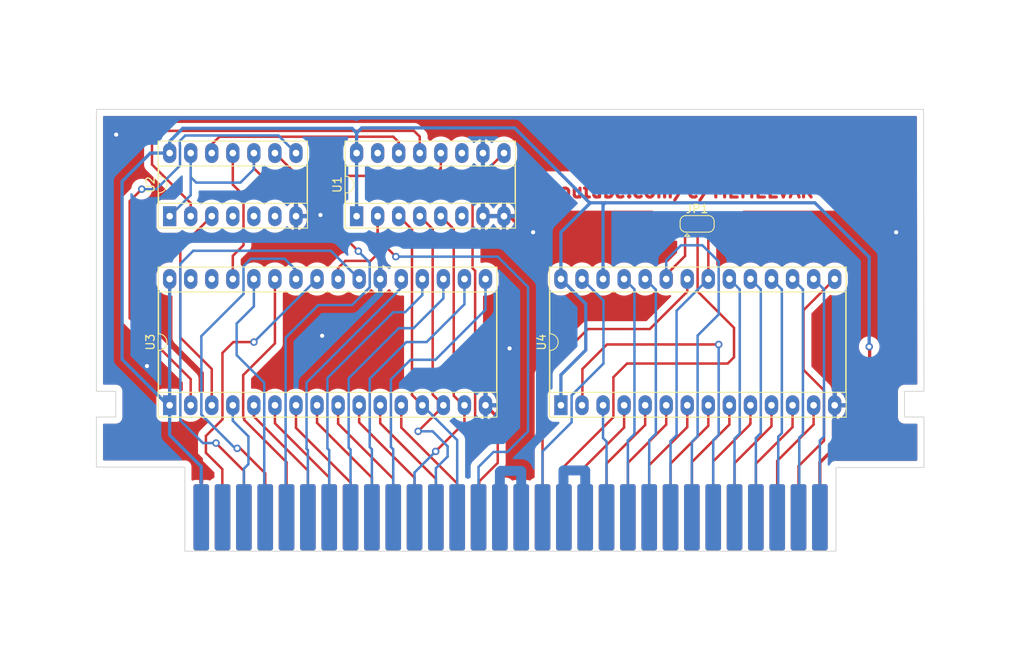
<source format=kicad_pcb>
(kicad_pcb (version 20211014) (generator pcbnew)
  (title_block (title "UNROM PCB") (date "2023-02-13") (rev "1.1") (company "MEMELVAR"))
  (layers (0 "F.Cu" signal) (31 "B.Cu" signal) (34 "B.Paste" user) (35 "F.Paste" user) (36 "B.SilkS" user "B.Silkscreen") (37 "F.SilkS" user "F.Silkscreen") (38 "B.Mask" user) (39 "F.Mask" user) (44 "Edge.Cuts" user))
  (net 0 "")
  (net 1 "+5V")
  (net 2 "Net-(U2-Pad8)")
  (net 3 "Net-(U2-Pad3)")
  (net 4 "/CPU_A12")
  (net 5 "/CPU_A7")
  (net 6 "/CPU_A6")
  (net 7 "/CPU_A5")
  (net 8 "/CPU_A4")
  (net 9 "/CPU_A3")
  (net 10 "/CPU_A2")
  (net 11 "/CPU_A1")
  (net 12 "/CPU_A0")
  (net 13 "/CPU_D0")
  (net 14 "/CPU_D1")
  (net 15 "/CPU_D2")
  (net 16 "GND")
  (net 17 "/CPU_D3")
  (net 18 "/CPU_D4")
  (net 19 "/CPU_D5")
  (net 20 "/CPU_D6")
  (net 21 "/CPU_D7")
  (net 22 "/CPU_A10")
  (net 23 "Net-(U1-Pad2)")
  (net 24 "/CPU_A11")
  (net 25 "/CPU_A9")
  (net 26 "/CPU_A8")
  (net 27 "/CPU_A13")
  (net 28 "Net-(U2-Pad11)")
  (net 31 "/PPU_A12")
  (net 32 "/PPU_A7")
  (net 33 "/PPU_A6")
  (net 34 "/PPU_A5")
  (net 35 "/PPU_A4")
  (net 36 "/PPU_A3")
  (net 37 "/PPU_A2")
  (net 38 "/PPU_A1")
  (net 39 "/PPU_A0")
  (net 40 "/PPU_D0")
  (net 41 "/PPU_D1")
  (net 42 "/PPU_D2")
  (net 43 "/PPU_D3")
  (net 44 "/PPU_D4")
  (net 45 "/PPU_D5")
  (net 46 "/PPU_D6")
  (net 47 "/PPU_D7")
  (net 48 "Net-(U4-Pad20)")
  (net 49 "/PPU_A10")
  (net 50 "Net-(U4-Pad22)")
  (net 51 "/PPU_A11")
  (net 52 "/PPU_A9")
  (net 53 "/PPU_A8")
  (net 54 "Net-(U4-Pad27)")
  (net 56 "Net-(U1-Pad9)")
  (net 58 "Net-(U1-Pad12)")
  (net 59 "Net-(U1-Pad13)")
  (net 60 "Net-(U1-Pad14)")
  (net 62 "Net-(U2-Pad1)")
  (net 66 "Net-(JP1-Pad2)")
  (net 69 "Net-(U5-Pad45)")
  (net 70 "Net-(U5-Pad48)")
  (footprint "Package_DIP:DIP-14_W7.62mm_Socket_LongPads" (layer "F.Cu") (at 106.9798 89.9568 90)
    (fp_text reference "U2")
    (fp_text value "74LS32")
  )
  (footprint "Famicom:Famicom_connector" (layer "F.Cu") (at 108.8578 130.2959)
    (fp_text reference "U5")
    (fp_text value "Famicom_Cart_Port")
  )
  (footprint "Package_DIP:DIP-32_W15.24mm_Socket_LongPads" (layer "F.Cu") (at 106.9798 112.781 90)
    (fp_text reference "U3")
    (fp_text value "W27E010-70")
  )
  (footprint "Package_DIP:DIP-28_W15.24mm_Socket_LongPads" (layer "F.Cu") (at 154.178 112.781 90)
    (fp_text reference "U4")
    (fp_text value "CXK5864BP-10L")
  )
  (footprint "Package_DIP:DIP-16_W7.62mm_Socket_LongPads" (layer "F.Cu") (at 129.53 89.9568 90)
    (fp_text reference "U1")
    (fp_text value "74LS161")
  )
  (footprint "Jumper:SolderJumper-3_P1.3mm_Open_RoundedPad1.0x1.5mm" (layer "F.Cu") (at 170.6072 90.8812)
    (fp_text reference "JP1")
    (fp_text value "SolderJumper_3_Open")
  )
  (gr_poly (pts (xy 197.9676 111.0996) (xy 195.6308 111.0996) (xy 195.6308 114.1984) (xy 197.9676 114.1984) (xy 197.9676 120.2944) (xy 187.3504 120.2944) (xy 187.3504 130.4036) (xy 108.8136 130.4036) (xy 108.8136 120.2436) (xy 98.1456 120.2436) (xy 98.1456 114.1984) (xy 100.4824 114.1984) (xy 100.4824 111.0996) (xy 98.1456 111.0996) (xy 98.1456 77.0636) (xy 197.9168 77.0636)) (layer "Edge.Cuts") (width 0.1) (fill none))
  (gr_text "V" (at 166.9288 90.678) (layer "F.Cu") (effects (font (size 1.5 1.5) (thickness 0.3))))
  (gr_text "UNROM V1.1" (at 173.730976 82.9564) (layer "F.Cu") (effects (font (size 1.6 1.6) (thickness 0.375))))
  (gr_text "youtube.com/c/MEMELVAR ©2023" (at 173.730976 86.9188) (layer "F.Cu") (effects (font (size 1.6 1.6) (thickness 0.375))))
  (gr_text "H" (at 174.3456 90.678) (layer "F.Cu") (effects (font (size 1.5 1.5) (thickness 0.3))))
  (segment (start 185.4134 119.6914) (end 185.4134 126.3051) (width 0.4) (layer "F.Cu") (net 1))
  (segment (start 191.4144 105.7656) (end 191.4144 113.6904) (width 0.4) (layer "F.Cu") (net 1))
  (segment (start 191.4144 113.6904) (end 185.4134 119.6914) (width 0.4) (layer "F.Cu") (net 1))
  (segment (start 191.3636 105.7148) (end 191.4144 105.7656) (width 0.4) (layer "F.Cu") (net 1))
  (via (at 191.3636 105.7148) (size 0.9) (drill 0.5) (layers "F.Cu" "B.Cu") (net 1))
  (segment (start 159.258 88.5952) (end 159.258 97.541) (width 0.4) (layer "B.Cu") (net 1))
  (segment (start 129.54 79.9084) (end 129.53 79.9184) (width 0.4) (layer "B.Cu") (net 1))
  (segment (start 157.6324 88.3412) (end 148.59 79.2988) (width 0.4) (layer "B.Cu") (net 1))
  (segment (start 106.9798 116.3778) (end 110.7882 120.1862) (width 0.4) (layer "B.Cu") (net 1))
  (segment (start 108.5596 79.3496) (end 106.9798 80.9294) (width 0.4) (layer "B.Cu") (net 1))
  (segment (start 129.53 79.9184) (end 129.53 82.3368) (width 0.4) (layer "B.Cu") (net 1))
  (segment (start 106.7866 112.781) (end 101.2444 107.2388) (width 0.4) (layer "B.Cu") (net 1))
  (segment (start 110.7882 120.1862) (end 110.7882 126.3051) (width 0.4) (layer "B.Cu") (net 1))
  (segment (start 157.1752 100.5382) (end 157.1752 106.1212) (width 0.4) (layer "B.Cu") (net 1))
  (segment (start 129.54 79.9084) (end 128.9812 79.3496) (width 0.4) (layer "B.Cu") (net 1))
  (segment (start 184.8104 88.3412) (end 159.512 88.3412) (width 0.4) (layer "B.Cu") (net 1))
  (segment (start 154.178 91.8972) (end 154.178 97.541) (width 0.4) (layer "B.Cu") (net 1))
  (segment (start 154.178 109.1184) (end 154.178 112.781) (width 0.4) (layer "B.Cu") (net 1))
  (segment (start 106.9798 112.781) (end 106.9798 116.3778) (width 0.4) (layer "B.Cu") (net 1))
  (segment (start 130.1496 79.2988) (end 129.54 79.9084) (width 0.4) (layer "B.Cu") (net 1))
  (segment (start 106.9798 80.9294) (end 106.9798 82.3368) (width 0.4) (layer "B.Cu") (net 1))
  (segment (start 129.53 82.3368) (end 129.53 89.9568) (width 0.4) (layer "B.Cu") (net 1))
  (segment (start 157.1752 106.1212) (end 154.178 109.1184) (width 0.4) (layer "B.Cu") (net 1))
  (segment (start 154.178 97.541) (end 157.1752 100.5382) (width 0.4) (layer "B.Cu") (net 1))
  (segment (start 148.59 79.2988) (end 130.1496 79.2988) (width 0.4) (layer "B.Cu") (net 1))
  (segment (start 157.734 88.3412) (end 157.6324 88.3412) (width 0.4) (layer "B.Cu") (net 1))
  (segment (start 157.734 88.3412) (end 154.178 91.8972) (width 0.4) (layer "B.Cu") (net 1))
  (segment (start 106.9798 112.781) (end 106.7866 112.781) (width 0.4) (layer "B.Cu") (net 1))
  (segment (start 191.3636 94.8944) (end 184.8104 88.3412) (width 0.4) (layer "B.Cu") (net 1))
  (segment (start 191.3636 105.7148) (end 191.3636 94.8944) (width 0.4) (layer "B.Cu") (net 1))
  (segment (start 128.9812 79.3496) (end 108.5596 79.3496) (width 0.4) (layer "B.Cu") (net 1))
  (segment (start 101.2444 85.7504) (end 104.658 82.3368) (width 0.4) (layer "B.Cu") (net 1))
  (segment (start 106.9798 97.541) (end 106.9798 112.781) (width 0.4) (layer "B.Cu") (net 1))
  (segment (start 104.658 82.3368) (end 106.9798 82.3368) (width 0.4) (layer "B.Cu") (net 1))
  (segment (start 159.512 88.3412) (end 157.734 88.3412) (width 0.4) (layer "B.Cu") (net 1))
  (segment (start 159.512 88.3412) (end 159.258 88.5952) (width 0.4) (layer "B.Cu") (net 1))
  (segment (start 101.2444 107.2388) (end 101.2444 85.7504) (width 0.4) (layer "B.Cu") (net 1))
  (segment (start 102.1588 102.2604) (end 109.5198 109.6214) (width 0.3) (layer "F.Cu") (net 2))
  (segment (start 109.5198 109.6214) (end 109.5198 112.781) (width 0.3) (layer "F.Cu") (net 2))
  (segment (start 103.612401 86.696001) (end 102.1588 88.149602) (width 0.3) (layer "F.Cu") (net 2))
  (segment (start 102.1588 88.149602) (end 102.1588 102.2604) (width 0.3) (layer "F.Cu") (net 2))
  (via (at 103.612401 86.696001) (size 0.9) (drill 0.5) (layers "F.Cu" "B.Cu") (net 2))
  (segment (start 108.8644 80.2132) (end 120.0962 80.2132) (width 0.3) (layer "B.Cu") (net 2))
  (segment (start 108.2298 83.845) (end 108.2298 81.419033) (width 0.3) (layer "B.Cu") (net 2))
  (segment (start 108.204 81.393233) (end 108.204 80.8736) (width 0.3) (layer "B.Cu") (net 2))
  (segment (start 105.378799 86.696001) (end 108.2298 83.845) (width 0.3) (layer "B.Cu") (net 2))
  (segment (start 108.2298 81.419033) (end 108.204 81.393233) (width 0.3) (layer "B.Cu") (net 2))
  (segment (start 103.612401 86.696001) (end 105.378799 86.696001) (width 0.3) (layer "B.Cu") (net 2))
  (segment (start 108.204 80.8736) (end 108.8644 80.2132) (width 0.3) (layer "B.Cu") (net 2))
  (segment (start 120.0962 80.2132) (end 122.2198 82.3368) (width 0.3) (layer "B.Cu") (net 2))
  (segment (start 108.2698 93.7468) (end 108.2698 104.6122) (width 0.3) (layer "F.Cu") (net 3))
  (segment (start 112.0598 108.4022) (end 112.0598 112.781) (width 0.3) (layer "F.Cu") (net 3))
  (segment (start 108.2698 104.6122) (end 112.0598 108.4022) (width 0.3) (layer "F.Cu") (net 3))
  (segment (start 112.0598 89.9568) (end 108.2698 93.7468) (width 0.3) (layer "F.Cu") (net 3))
  (segment (start 114.5998 114.6506) (end 114.5998 112.781) (width 0.3) (layer "B.Cu") (net 4))
  (segment (start 116.4844 116.5352) (end 114.5998 114.6506) (width 0.3) (layer "B.Cu") (net 4))
  (segment (start 116.4844 119.888) (end 116.4844 116.5352) (width 0.3) (layer "B.Cu") (net 4))
  (segment (start 115.934764 126.3051) (end 115.934764 120.437636) (width 0.3) (layer "B.Cu") (net 4))
  (segment (start 115.934764 120.437636) (end 116.4844 119.888) (width 0.3) (layer "B.Cu") (net 4))
  (segment (start 123.65461 120.65741) (end 117.1398 114.1426) (width 0.3) (layer "F.Cu") (net 5))
  (segment (start 117.1398 114.1426) (end 117.1398 112.781) (width 0.3) (layer "F.Cu") (net 5))
  (segment (start 123.65461 126.3051) (end 123.65461 120.65741) (width 0.3) (layer "F.Cu") (net 5))
  (segment (start 119.6798 114.9554) (end 119.6798 112.781) (width 0.3) (layer "F.Cu") (net 6))
  (segment (start 126.227892 126.3051) (end 126.227892 121.503492) (width 0.3) (layer "F.Cu") (net 6))
  (segment (start 126.227892 121.503492) (end 119.6798 114.9554) (width 0.3) (layer "F.Cu") (net 6))
  (segment (start 128.801174 126.3051) (end 128.801174 122.095574) (width 0.3) (layer "F.Cu") (net 7))
  (segment (start 128.801174 122.095574) (end 122.2198 115.5142) (width 0.3) (layer "F.Cu") (net 7))
  (segment (start 122.2198 115.5142) (end 122.2198 112.781) (width 0.3) (layer "F.Cu") (net 7))
  (segment (start 131.374456 121.519256) (end 124.7598 114.9046) (width 0.3) (layer "F.Cu") (net 8))
  (segment (start 124.7598 114.9046) (end 124.7598 112.781) (width 0.3) (layer "F.Cu") (net 8))
  (segment (start 131.374456 126.3051) (end 131.374456 121.519256) (width 0.3) (layer "F.Cu") (net 8))
  (segment (start 133.947738 126.3051) (end 133.947738 121.654138) (width 0.3) (layer "F.Cu") (net 9))
  (segment (start 133.947738 121.654138) (end 127.2998 115.0062) (width 0.3) (layer "F.Cu") (net 9))
  (segment (start 127.2998 115.0062) (end 127.2998 112.781) (width 0.3) (layer "F.Cu") (net 9))
  (segment (start 136.52102 126.3051) (end 136.52102 121.53502) (width 0.3) (layer "F.Cu") (net 10))
  (segment (start 136.52102 121.53502) (end 129.8398 114.8538) (width 0.3) (layer "F.Cu") (net 10))
  (segment (start 129.8398 114.8538) (end 129.8398 112.781) (width 0.3) (layer "F.Cu") (net 10))
  (segment (start 139.094302 121.669902) (end 132.3798 114.9554) (width 0.3) (layer "F.Cu") (net 11))
  (segment (start 132.3798 114.9554) (end 132.3798 112.781) (width 0.3) (layer "F.Cu") (net 11))
  (segment (start 139.094302 126.3051) (end 139.094302 121.669902) (width 0.3) (layer "F.Cu") (net 11))
  (segment (start 141.667584 126.3051) (end 141.667584 122.221184) (width 0.3) (layer "F.Cu") (net 12))
  (segment (start 141.667584 122.221184) (end 134.9198 115.4734) (width 0.3) (layer "F.Cu") (net 12))
  (segment (start 134.9198 115.4734) (end 134.9198 112.781) (width 0.3) (layer "F.Cu") (net 12))
  (segment (start 137.4598 112.781) (end 136.2098 111.531) (width 0.3) (layer "F.Cu") (net 13))
  (segment (start 136.2098 91.5566) (end 134.61 89.9568) (width 0.3) (layer "F.Cu") (net 13))
  (segment (start 136.2098 111.531) (end 136.2098 91.5566) (width 0.3) (layer "F.Cu") (net 13))
  (segment (start 141.667584 126.3051) (end 141.667584 116.988784) (width 0.3) (layer "B.Cu") (net 13))
  (segment (start 141.667584 116.988784) (end 137.4598 112.781) (width 0.3) (layer "B.Cu") (net 13))
  (segment (start 139.9998 112.8826) (end 139.9998 112.781) (width 0.3) (layer "F.Cu") (net 14))
  (segment (start 138.7098 111.491) (end 138.7098 91.5166) (width 0.3) (layer "F.Cu") (net 14))
  (segment (start 139.9998 112.781) (end 138.7098 111.491) (width 0.3) (layer "F.Cu") (net 14))
  (segment (start 136.9568 115.9256) (end 139.9998 112.8826) (width 0.3) (layer "F.Cu") (net 14))
  (segment (start 138.7098 91.5166) (end 137.15 89.9568) (width 0.3) (layer "F.Cu") (net 14))
  (via (at 136.9568 115.9256) (size 0.9) (drill 0.5) (layers "F.Cu" "B.Cu") (net 14))
  (segment (start 136.9568 115.9256) (end 138.701693 115.9256) (width 0.3) (layer "B.Cu") (net 14))
  (segment (start 140.5128 118.9736) (end 139.094302 120.392098) (width 0.3) (layer "B.Cu") (net 14))
  (segment (start 138.701693 115.9256) (end 140.5128 117.736707) (width 0.3) (layer "B.Cu") (net 14))
  (segment (start 140.5128 117.736707) (end 140.5128 118.9736) (width 0.3) (layer "B.Cu") (net 14))
  (segment (start 139.094302 120.392098) (end 139.094302 126.3051) (width 0.3) (layer "B.Cu") (net 14))
  (segment (start 141.2498 111.6326) (end 141.2498 91.5166) (width 0.3) (layer "F.Cu") (net 15))
  (segment (start 142.3982 112.781) (end 141.2498 111.6326) (width 0.3) (layer "F.Cu") (net 15))
  (segment (start 141.2498 91.5166) (end 139.69 89.9568) (width 0.3) (layer "F.Cu") (net 15))
  (segment (start 139.068493 118.350007) (end 142.5398 114.8787) (width 0.3) (layer "F.Cu") (net 15))
  (segment (start 142.5398 114.8787) (end 142.5398 112.781) (width 0.3) (layer "F.Cu") (net 15))
  (via (at 139.068493 118.350007) (size 0.9) (drill 0.5) (layers "F.Cu" "B.Cu") (net 15))
  (segment (start 139.068493 118.350007) (end 136.52102 120.89748) (width 0.3) (layer "B.Cu") (net 15))
  (segment (start 136.52102 120.89748) (end 136.52102 126.3051) (width 0.3) (layer "B.Cu") (net 15))
  (segment (start 102.7684 117.1956) (end 108.712 117.1956) (width 0.4) (layer "F.Cu") (net 16))
  (segment (start 149.38743 126.3051) (end 149.38743 117.08863) (width 0.4) (layer "F.Cu") (net 16))
  (segment (start 104.2416 108.0516) (end 102.7176 109.5756) (width 0.4) (layer "F.Cu") (net 16))
  (segment (start 102.7176 109.5756) (end 102.7176 117.1448) (width 0.4) (layer "F.Cu") (net 16))
  (segment (start 147.9704 89.9568) (end 147.31 89.9568) (width 0.4) (layer "F.Cu") (net 16))
  (segment (start 149.38743 117.08863) (end 149.38743 91.37383) (width 0.4) (layer "F.Cu") (net 16))
  (segment (start 149.38743 91.37383) (end 147.9704 89.9568) (width 0.4) (layer "F.Cu") (net 16))
  (segment (start 149.38743 117.08863) (end 145.0798 112.781) (width 0.4) (layer "F.Cu") (net 16))
  (segment (start 102.7176 117.1448) (end 102.7684 117.1956) (width 0.4) (layer "F.Cu") (net 16))
  (segment (start 108.712 117.1956) (end 110.7882 119.2718) (width 0.4) (layer "F.Cu") (net 16))
  (segment (start 110.7882 119.2718) (end 110.7882 126.3051) (width 0.4) (layer "F.Cu") (net 16))
  (via (at 194.6148 91.8972) (size 0.9) (drill 0.5) (layers "F.Cu" "B.Cu") (net 16))
  (via (at 100.5332 80.1116) (size 0.9) (drill 0.5) (layers "F.Cu" "B.Cu") (net 16))
  (via (at 125.1712 89.8144) (size 0.9) (drill 0.5) (layers "F.Cu" "B.Cu") (net 16))
  (via (at 147.9804 105.918) (size 0.9) (drill 0.5) (layers "F.Cu" "B.Cu") (net 16))
  (via (at 104.2416 108.0516) (size 0.9) (drill 0.5) (layers "F.Cu" "B.Cu") (net 16))
  (via (at 150.8252 91.8972) (size 0.9) (drill 0.5) (layers "F.Cu" "B.Cu") (net 16))
  (via (at 125.3744 104.394) (size 0.9) (drill 0.5) (layers "F.Cu" "B.Cu") (net 16))
  (segment (start 102.7176 106.5276) (end 102.7176 94.5388) (width 0.4) (layer "B.Cu") (net 16))
  (segment (start 144.77 92.6492) (end 144.77 89.9568) (width 0.4) (layer "B.Cu") (net 16))
  (segment (start 132.334 92.5576) (end 132.3798 92.6034) (width 0.4) (layer "B.Cu") (net 16))
  (segment (start 122.2248 89.9618) (end 122.2198 89.9568) (width 0.4) (layer "B.Cu") (net 16))
  (segment (start 132.3798 92.6034) (end 132.3798 97.541) (width 0.4) (layer "B.Cu") (net 16))
  (segment (start 122.2248 92.5576) (end 132.334 92.5576) (width 0.4) (layer "B.Cu") (net 16))
  (segment (start 122.2198 89.9568) (end 122.2198 92.5526) (width 0.4) (layer "B.Cu") (net 16))
  (segment (start 104.2416 108.0516) (end 102.7176 106.5276) (width 0.4) (layer "B.Cu") (net 16))
  (segment (start 132.334 92.5576) (end 144.78 92.5576) (width 0.4) (layer "B.Cu") (net 16))
  (segment (start 144.77 89.9568) (end 147.31 89.9568) (width 0.4) (layer "B.Cu") (net 16))
  (segment (start 132.3848 93.4212) (end 132.3798 93.4162) (width 0.4) (layer "B.Cu") (net 16))
  (segment (start 144.77 89.9568) (end 144.77 82.3368) (width 0.4) (layer "B.Cu") (net 16))
  (segment (start 102.7176 94.5388) (end 104.6988 92.5576) (width 0.4) (layer "B.Cu") (net 16))
  (segment (start 104.6988 92.5576) (end 122.2248 92.5576) (width 0.4) (layer "B.Cu") (net 16))
  (segment (start 122.2198 92.5526) (end 122.2248 92.5576) (width 0.4) (layer "B.Cu") (net 16))
  (segment (start 133.6698 109.6622) (end 136.0424 107.2896) (width 0.3) (layer "B.Cu") (net 17))
  (segment (start 133.6698 117.822891) (end 133.6698 109.6622) (width 0.3) (layer "B.Cu") (net 17))
  (segment (start 145.0798 101.2494) (end 145.0798 97.541) (width 0.3) (layer "B.Cu") (net 17))
  (segment (start 133.947738 118.100829) (end 133.6698 117.822891) (width 0.3) (layer "B.Cu") (net 17))
  (segment (start 133.947738 126.3051) (end 133.947738 118.100829) (width 0.3) (layer "B.Cu") (net 17))
  (segment (start 136.0424 107.2896) (end 139.0396 107.2896) (width 0.3) (layer "B.Cu") (net 17))
  (segment (start 139.0396 107.2896) (end 145.0798 101.2494) (width 0.3) (layer "B.Cu") (net 17))
  (segment (start 137.9728 105.156) (end 142.5398 100.589) (width 0.3) (layer "B.Cu") (net 18))
  (segment (start 135.5344 105.156) (end 137.9728 105.156) (width 0.3) (layer "B.Cu") (net 18))
  (segment (start 131.1148 117.834455) (end 131.1148 109.5756) (width 0.3) (layer "B.Cu") (net 18))
  (segment (start 142.5398 100.589) (end 142.5398 97.541) (width 0.3) (layer "B.Cu") (net 18))
  (segment (start 131.374456 118.094111) (end 131.1148 117.834455) (width 0.3) (layer "B.Cu") (net 18))
  (segment (start 131.374456 126.3051) (end 131.374456 118.094111) (width 0.3) (layer "B.Cu") (net 18))
  (segment (start 131.1148 109.5756) (end 135.5344 105.156) (width 0.3) (layer "B.Cu") (net 18))
  (segment (start 128.801174 126.3051) (end 128.801174 118.127393) (width 0.3) (layer "B.Cu") (net 19))
  (segment (start 128.801174 118.127393) (end 128.5748 117.901019) (width 0.3) (layer "B.Cu") (net 19))
  (segment (start 134.62 103.4796) (end 136.398 103.4796) (width 0.3) (layer "B.Cu") (net 19))
  (segment (start 128.5748 117.901019) (end 128.5748 109.5248) (width 0.3) (layer "B.Cu") (net 19))
  (segment (start 139.9998 99.8778) (end 139.9998 97.541) (width 0.3) (layer "B.Cu") (net 19))
  (segment (start 136.398 103.4796) (end 139.9998 99.8778) (width 0.3) (layer "B.Cu") (net 19))
  (segment (start 128.5748 109.5248) (end 134.62 103.4796) (width 0.3) (layer "B.Cu") (net 19))
  (segment (start 126.227892 118.200675) (end 126.0098 117.982583) (width 0.3) (layer "B.Cu") (net 20))
  (segment (start 126.0098 109.499) (end 133.9596 101.5492) (width 0.3) (layer "B.Cu") (net 20))
  (segment (start 133.9596 101.5492) (end 135.382 101.5492) (width 0.3) (layer "B.Cu") (net 20))
  (segment (start 126.227892 126.3051) (end 126.227892 118.200675) (width 0.3) (layer "B.Cu") (net 20))
  (segment (start 126.0098 117.982583) (end 126.0098 109.499) (width 0.3) (layer "B.Cu") (net 20))
  (segment (start 135.382 101.5492) (end 137.4598 99.4714) (width 0.3) (layer "B.Cu") (net 20))
  (segment (start 137.4598 99.4714) (end 137.4598 97.541) (width 0.3) (layer "B.Cu") (net 20))
  (segment (start 123.65461 118.193957) (end 123.4948 118.034147) (width 0.3) (layer "B.Cu") (net 21))
  (segment (start 123.4948 110.0328) (end 134.9198 98.6078) (width 0.3) (layer "B.Cu") (net 21))
  (segment (start 123.65461 126.3051) (end 123.65461 118.193957) (width 0.3) (layer "B.Cu") (net 21))
  (segment (start 134.9198 98.6078) (end 134.9198 97.541) (width 0.3) (layer "B.Cu") (net 21))
  (segment (start 123.4948 118.034147) (end 123.4948 110.0328) (width 0.3) (layer "B.Cu") (net 21))
  (segment (start 112.5728 117.348) (end 115.934764 120.709964) (width 0.3) (layer "F.Cu") (net 22))
  (segment (start 115.934764 120.709964) (end 115.934764 126.3051) (width 0.3) (layer "F.Cu") (net 22))
  (via (at 112.5728 117.348) (size 0.9) (drill 0.5) (layers "F.Cu" "B.Cu") (net 22))
  (segment (start 108.2698 95.6922) (end 109.8296 94.1324) (width 0.3) (layer "B.Cu") (net 22))
  (segment (start 108.2698 114.6198) (end 108.2698 95.6922) (width 0.3) (layer "B.Cu") (net 22))
  (segment (start 110.998 117.348) (end 108.2698 114.6198) (width 0.3) (layer "B.Cu") (net 22))
  (segment (start 112.5728 117.348) (end 110.998 117.348) (width 0.3) (layer "B.Cu") (net 22))
  (segment (start 109.8296 94.1324) (end 126.4312 94.1324) (width 0.3) (layer "B.Cu") (net 22))
  (segment (start 126.4312 94.1324) (end 129.8398 97.541) (width 0.3) (layer "B.Cu") (net 22))
  (segment (start 127.2998 96.2202) (end 128.1684 95.3516) (width 0.3) (layer "F.Cu") (net 23))
  (segment (start 132.07 94.498) (end 132.07 89.9568) (width 0.3) (layer "F.Cu") (net 23))
  (segment (start 131.2164 95.3516) (end 132.07 94.498) (width 0.3) (layer "F.Cu") (net 23))
  (segment (start 127.2998 97.541) (end 127.2998 96.2202) (width 0.3) (layer "F.Cu") (net 23))
  (segment (start 128.1684 95.3516) (end 131.2164 95.3516) (width 0.3) (layer "F.Cu") (net 23))
  (segment (start 134.2644 94.8436) (end 132.07 92.6492) (width 0.3) (layer "F.Cu") (net 23))
  (segment (start 132.07 92.6492) (end 132.07 89.9568) (width 0.3) (layer "F.Cu") (net 23))
  (via (at 134.2644 94.8436) (size 0.9) (drill 0.5) (layers "F.Cu" "B.Cu") (net 23))
  (segment (start 150.2156 98.5012) (end 146.558 94.8436) (width 0.3) (layer "B.Cu") (net 23))
  (segment (start 144.240866 126.3051) (end 144.240866 120.223934) (width 0.3) (layer "B.Cu") (net 23))
  (segment (start 150.2156 115.9256) (end 150.2156 98.5012) (width 0.3) (layer "B.Cu") (net 23))
  (segment (start 146.558 94.8436) (end 134.2644 94.8436) (width 0.3) (layer "B.Cu") (net 23))
  (segment (start 144.240866 120.223934) (end 146.05 118.4148) (width 0.3) (layer "B.Cu") (net 23))
  (segment (start 146.05 118.4148) (end 147.7264 118.4148) (width 0.3) (layer "B.Cu") (net 23))
  (segment (start 147.7264 118.4148) (end 150.2156 115.9256) (width 0.3) (layer "B.Cu") (net 23))
  (segment (start 111.3536 116.4844) (end 111.3536 118.5164) (width 0.3) (layer "F.Cu") (net 24))
  (segment (start 113.3348 120.4976) (end 113.3348 126.278418) (width 0.3) (layer "F.Cu") (net 24))
  (segment (start 113.3348 126.278418) (end 113.361482 126.3051) (width 0.3) (layer "F.Cu") (net 24))
  (segment (start 113.3498 114.4882) (end 111.3536 116.4844) (width 0.3) (layer "F.Cu") (net 24))
  (segment (start 113.3498 106.4618) (end 113.3498 114.4882) (width 0.3) (layer "F.Cu") (net 24))
  (segment (start 114.6556 105.156) (end 113.3498 106.4618) (width 0.3) (layer "F.Cu") (net 24))
  (segment (start 111.3536 118.5164) (end 113.3348 120.4976) (width 0.3) (layer "F.Cu") (net 24))
  (segment (start 117.1448 105.156) (end 114.6556 105.156) (width 0.3) (layer "F.Cu") (net 24))
  (via (at 117.1448 105.156) (size 0.9) (drill 0.5) (layers "F.Cu" "B.Cu") (net 24))
  (segment (start 117.1448 105.156) (end 124.7598 97.541) (width 0.3) (layer "B.Cu") (net 24))
  (segment (start 118.508046 120.997246) (end 118.508046 126.3051) (width 0.3) (layer "F.Cu") (net 25))
  (segment (start 115.1277 117.983) (end 115.4938 117.983) (width 0.3) (layer "F.Cu") (net 25))
  (segment (start 115.4938 117.983) (end 118.508046 120.997246) (width 0.3) (layer "F.Cu") (net 25))
  (via (at 115.1277 117.983) (size 0.9) (drill 0.5) (layers "F.Cu" "B.Cu") (net 25))
  (segment (start 122.2198 96.4642) (end 122.2198 97.541) (width 0.3) (layer "B.Cu") (net 25))
  (segment (start 114.8842 117.983) (end 110.8044 113.9032) (width 0.3) (layer "B.Cu") (net 25))
  (segment (start 115.8898 95.997) (end 116.7892 95.0976) (width 0.3) (layer "B.Cu") (net 25))
  (segment (start 115.8898 99.3498) (end 115.8898 95.997) (width 0.3) (layer "B.Cu") (net 25))
  (segment (start 120.8532 95.0976) (end 122.2198 96.4642) (width 0.3) (layer "B.Cu") (net 25))
  (segment (start 110.8044 113.9032) (end 110.8044 104.4352) (width 0.3) (layer "B.Cu") (net 25))
  (segment (start 115.1277 117.983) (end 114.8842 117.983) (width 0.3) (layer "B.Cu") (net 25))
  (segment (start 116.7892 95.0976) (end 120.8532 95.0976) (width 0.3) (layer "B.Cu") (net 25))
  (segment (start 110.8044 104.4352) (end 115.8898 99.3498) (width 0.3) (layer "B.Cu") (net 25))
  (segment (start 115.9764 114.554) (end 115.9764 114.3508) (width 0.3) (layer "F.Cu") (net 26))
  (segment (start 115.8498 109.1434) (end 119.6798 105.3134) (width 0.3) (layer "F.Cu") (net 26))
  (segment (start 115.9764 114.3508) (end 115.8498 114.2242) (width 0.3) (layer "F.Cu") (net 26))
  (segment (start 115.8498 114.2242) (end 115.8498 109.1434) (width 0.3) (layer "F.Cu") (net 26))
  (segment (start 121.081328 119.658928) (end 115.9764 114.554) (width 0.3) (layer "F.Cu") (net 26))
  (segment (start 121.081328 126.3051) (end 121.081328 119.658928) (width 0.3) (layer "F.Cu") (net 26))
  (segment (start 119.6798 105.3134) (end 119.6798 97.541) (width 0.3) (layer "F.Cu") (net 26))
  (segment (start 115.062 106.7308) (end 115.062 102.9208) (width 0.3) (layer "B.Cu") (net 27))
  (segment (start 118.3898 126.186854) (end 118.3898 110.0586) (width 0.3) (layer "B.Cu") (net 27))
  (segment (start 118.508046 126.3051) (end 118.3898 126.186854) (width 0.3) (layer "B.Cu") (net 27))
  (segment (start 117.1398 100.843) (end 117.1398 97.541) (width 0.3) (layer "B.Cu") (net 27))
  (segment (start 115.062 102.9208) (end 117.1398 100.843) (width 0.3) (layer "B.Cu") (net 27))
  (segment (start 118.3898 110.0586) (end 115.062 106.7308) (width 0.3) (layer "B.Cu") (net 27))
  (segment (start 114.5998 94.747) (end 114.5998 97.541) (width 0.3) (layer "F.Cu") (net 28))
  (segment (start 115.8898 93.457) (end 114.5998 94.747) (width 0.3) (layer "F.Cu") (net 28))
  (segment (start 114.5998 86.1518) (end 115.8898 87.4418) (width 0.3) (layer "F.Cu") (net 28))
  (segment (start 114.5998 82.3368) (end 114.5998 86.1518) (width 0.3) (layer "F.Cu") (net 28))
  (segment (start 115.8898 87.4418) (end 115.8898 93.457) (width 0.3) (layer "F.Cu") (net 28))
  (segment (start 156.7688 112.7302) (end 156.7688 108.4072) (width 0.3) (layer "F.Cu") (net 31))
  (segment (start 156.718 112.781) (end 156.7688 112.7302) (width 0.3) (layer "F.Cu") (net 31))
  (segment (start 159.7352 105.4408) (end 173.208 105.4408) (width 0.3) (layer "F.Cu") (net 31))
  (segment (start 156.7688 108.4072) (end 159.7352 105.4408) (width 0.3) (layer "F.Cu") (net 31))
  (via (at 173.208 105.4408) (size 0.9) (drill 0.5) (layers "F.Cu" "B.Cu") (net 31))
  (segment (start 172.9232 116.6368) (end 173.208 116.352) (width 0.3) (layer "B.Cu") (net 31))
  (segment (start 172.546968 126.3051) (end 172.546968 117.013032) (width 0.3) (layer "B.Cu") (net 31))
  (segment (start 173.208 116.352) (end 173.208 105.4408) (width 0.3) (layer "B.Cu") (net 31))
  (segment (start 172.546968 117.013032) (end 172.9232 116.6368) (width 0.3) (layer "B.Cu") (net 31))
  (segment (start 159.258 116.7384) (end 159.258 112.781) (width 0.3) (layer "B.Cu") (net 32))
  (segment (start 159.680558 117.160958) (end 159.258 116.7384) (width 0.3) (layer "B.Cu") (net 32))
  (segment (start 159.680558 126.3051) (end 159.680558 117.160958) (width 0.3) (layer "B.Cu") (net 32))
  (segment (start 157.107276 120.159124) (end 161.798 115.4684) (width 0.3) (layer "F.Cu") (net 33))
  (segment (start 161.798 115.4684) (end 161.798 112.781) (width 0.3) (layer "F.Cu") (net 33))
  (segment (start 157.107276 126.3051) (end 157.107276 120.159124) (width 0.3) (layer "F.Cu") (net 33))
  (segment (start 159.680558 126.3051) (end 159.680558 119.821042) (width 0.3) (layer "F.Cu") (net 34))
  (segment (start 159.680558 119.821042) (end 164.338 115.1636) (width 0.3) (layer "F.Cu") (net 34))
  (segment (start 164.338 115.1636) (end 164.338 112.781) (width 0.3) (layer "F.Cu") (net 34))
  (segment (start 162.25384 119.73696) (end 166.878 115.1128) (width 0.3) (layer "F.Cu") (net 35))
  (segment (start 166.878 115.1128) (end 166.878 112.781) (width 0.3) (layer "F.Cu") (net 35))
  (segment (start 162.25384 126.3051) (end 162.25384 119.73696) (width 0.3) (layer "F.Cu") (net 35))
  (segment (start 169.418 115.4176) (end 169.418 112.781) (width 0.3) (layer "F.Cu") (net 36))
  (segment (start 164.827122 126.3051) (end 164.827122 120.008478) (width 0.3) (layer "F.Cu") (net 36))
  (segment (start 164.827122 120.008478) (end 169.418 115.4176) (width 0.3) (layer "F.Cu") (net 36))
  (segment (start 167.400404 126.3051) (end 167.400404 119.822796) (width 0.3) (layer "F.Cu") (net 37))
  (segment (start 167.400404 119.822796) (end 171.958 115.2652) (width 0.3) (layer "F.Cu") (net 37))
  (segment (start 171.958 115.2652) (end 171.958 112.781) (width 0.3) (layer "F.Cu") (net 37))
  (segment (start 169.973686 126.3051) (end 169.973686 119.637114) (width 0.3) (layer "F.Cu") (net 38))
  (segment (start 169.973686 119.637114) (end 174.498 115.1128) (width 0.3) (layer "F.Cu") (net 38))
  (segment (start 174.498 115.1128) (end 174.498 112.781) (width 0.3) (layer "F.Cu") (net 38))
  (segment (start 172.546968 119.553032) (end 176.9872 115.1128) (width 0.3) (layer "F.Cu") (net 39))
  (segment (start 172.546968 126.3051) (end 172.546968 119.553032) (width 0.3) (layer "F.Cu") (net 39))
  (segment (start 177.038 114.9604) (end 177.038 112.781) (width 0.3) (layer "F.Cu") (net 39))
  (segment (start 176.9872 115.0112) (end 177.038 114.9604) (width 0.3) (layer "F.Cu") (net 39))
  (segment (start 176.9872 115.1128) (end 176.9872 115.0112) (width 0.3) (layer "F.Cu") (net 39))
  (segment (start 175.12025 126.3051) (end 175.12025 119.77375) (width 0.3) (layer "F.Cu") (net 40))
  (segment (start 175.12025 119.77375) (end 179.578 115.316) (width 0.3) (layer "F.Cu") (net 40))
  (segment (start 179.578 115.316) (end 179.578 112.781) (width 0.3) (layer "F.Cu") (net 40))
  (segment (start 177.693532 126.3051) (end 177.693532 119.842068) (width 0.3) (layer "F.Cu") (net 41))
  (segment (start 177.693532 119.842068) (end 182.118 115.4176) (width 0.3) (layer "F.Cu") (net 41))
  (segment (start 182.118 115.4176) (end 182.118 112.781) (width 0.3) (layer "F.Cu") (net 41))
  (segment (start 180.266814 119.503986) (end 180.266814 126.3051) (width 0.3) (layer "F.Cu") (net 42))
  (segment (start 184.658 115.1128) (end 180.266814 119.503986) (width 0.3) (layer "F.Cu") (net 42))
  (segment (start 184.658 112.781) (end 184.658 115.1128) (width 0.3) (layer "F.Cu") (net 42))
  (segment (start 183.4388 108.5088) (end 183.4388 101.3002) (width 0.3) (layer "F.Cu") (net 43))
  (segment (start 185.8772 111.0488) (end 185.8772 110.9472) (width 0.3) (layer "F.Cu") (net 43))
  (segment (start 182.840096 126.3051) (end 182.840096 120.131104) (width 0.3) (layer "F.Cu") (net 43))
  (segment (start 183.4388 101.3002) (end 187.198 97.541) (width 0.3) (layer "F.Cu") (net 43))
  (segment (start 185.908 111.0796) (end 185.8772 111.0488) (width 0.3) (layer "F.Cu") (net 43))
  (segment (start 182.840096 120.131104) (end 185.908 117.0632) (width 0.3) (layer "F.Cu") (net 43))
  (segment (start 185.8772 110.9472) (end 183.4388 108.5088) (width 0.3) (layer "F.Cu") (net 43))
  (segment (start 185.908 117.0632) (end 185.908 111.0796) (width 0.3) (layer "F.Cu") (net 43))
  (segment (start 185.908 116.5552) (end 185.908 98.791) (width 0.3) (layer "B.Cu") (net 44))
  (segment (start 185.908 98.791) (end 184.658 97.541) (width 0.3) (layer "B.Cu") (net 44))
  (segment (start 185.4134 126.3051) (end 185.4134 117.0498) (width 0.3) (layer "B.Cu") (net 44))
  (segment (start 185.4134 117.0498) (end 185.908 116.5552) (width 0.3) (layer "B.Cu") (net 44))
  (segment (start 182.840096 126.3051) (end 182.9308 126.214396) (width 0.3) (layer "B.Cu") (net 45))
  (segment (start 182.9308 116.6876) (end 183.368 116.2504) (width 0.3) (layer "B.Cu") (net 45))
  (segment (start 183.368 116.2504) (end 183.368 98.791) (width 0.3) (layer "B.Cu") (net 45))
  (segment (start 182.9308 126.214396) (end 182.9308 116.6876) (width 0.3) (layer "B.Cu") (net 45))
  (segment (start 183.368 98.791) (end 182.118 97.541) (width 0.3) (layer "B.Cu") (net 45))
  (segment (start 180.828 116.1488) (end 180.828 98.791) (width 0.3) (layer "B.Cu") (net 46))
  (segment (start 180.3908 116.586) (end 180.828 116.1488) (width 0.3) (layer "B.Cu") (net 46))
  (segment (start 180.828 98.791) (end 179.578 97.541) (width 0.3) (layer "B.Cu") (net 46))
  (segment (start 180.266814 126.3051) (end 180.3908 126.181114) (width 0.3) (layer "B.Cu") (net 46))
  (segment (start 180.3908 126.181114) (end 180.3908 116.586) (width 0.3) (layer "B.Cu") (net 46))
  (segment (start 178.288 98.791) (end 177.038 97.541) (width 0.3) (layer "B.Cu") (net 47))
  (segment (start 178.288 116.1488) (end 178.288 98.791) (width 0.3) (layer "B.Cu") (net 47))
  (segment (start 177.693532 116.743268) (end 178.288 116.1488) (width 0.3) (layer "B.Cu") (net 47))
  (segment (start 177.693532 126.3051) (end 177.693532 116.743268) (width 0.3) (layer "B.Cu") (net 47))
  (segment (start 175.12025 116.82735) (end 175.748 116.1996) (width 0.3) (layer "B.Cu") (net 48))
  (segment (start 175.748 98.791) (end 174.498 97.541) (width 0.3) (layer "B.Cu") (net 48))
  (segment (start 175.748 116.1996) (end 175.748 98.791) (width 0.3) (layer "B.Cu") (net 48))
  (segment (start 175.12025 126.3051) (end 175.12025 116.82735) (width 0.3) (layer "B.Cu") (net 48))
  (segment (start 171.958 91.0844) (end 171.7548 90.8812) (width 0.3) (layer "F.Cu") (net 49))
  (segment (start 171.958 97.541) (end 171.958 91.0844) (width 0.3) (layer "F.Cu") (net 49))
  (segment (start 168.128 101.371) (end 171.958 97.541) (width 0.3) (layer "B.Cu") (net 49))
  (segment (start 167.400404 126.3051) (end 167.400404 117.130396) (width 0.3) (layer "B.Cu") (net 49))
  (segment (start 168.128 116.4028) (end 168.128 101.371) (width 0.3) (layer "B.Cu") (net 49))
  (segment (start 167.400404 117.130396) (end 168.128 116.4028) (width 0.3) (layer "B.Cu") (net 49))
  (segment (start 169.418 99.06) (end 169.418 97.541) (width 0.3) (layer "F.Cu") (net 50))
  (segment (start 164.8968 103.5812) (end 169.418 99.06) (width 0.3) (layer "F.Cu") (net 50))
  (segment (start 157.4292 103.5812) (end 164.8968 103.5812) (width 0.3) (layer "F.Cu") (net 50))
  (segment (start 151.960712 109.049688) (end 157.4292 103.5812) (width 0.3) (layer "F.Cu") (net 50))
  (segment (start 151.960712 126.3051) (end 151.960712 109.049688) (width 0.3) (layer "F.Cu") (net 50))
  (segment (start 166.878 97.541) (end 166.878 97.028) (width 0.3) (layer "F.Cu") (net 51))
  (segment (start 169.1548 94.7512) (end 169.1548 90.8812) (width 0.3) (layer "F.Cu") (net 51))
  (segment (start 166.878 97.028) (end 169.1548 94.7512) (width 0.3) (layer "F.Cu") (net 51))
  (segment (start 173.208 101.823201) (end 173.208 95.4332) (width 0.3) (layer "B.Cu") (net 51))
  (segment (start 169.973686 126.3051) (end 169.973686 117.198714) (width 0.3) (layer "B.Cu") (net 51))
  (segment (start 171.2468 93.472) (end 168.656 93.472) (width 0.3) (layer "B.Cu") (net 51))
  (segment (start 170.668 104.363201) (end 173.208 101.823201) (width 0.3) (layer "B.Cu") (net 51))
  (segment (start 168.656 93.472) (end 166.878 95.25) (width 0.3) (layer "B.Cu") (net 51))
  (segment (start 166.878 95.25) (end 166.878 97.541) (width 0.3) (layer "B.Cu") (net 51))
  (segment (start 170.668 116.5044) (end 170.668 104.363201) (width 0.3) (layer "B.Cu") (net 51))
  (segment (start 173.208 95.4332) (end 171.2468 93.472) (width 0.3) (layer "B.Cu") (net 51))
  (segment (start 169.973686 117.198714) (end 170.668 116.5044) (width 0.3) (layer "B.Cu") (net 51))
  (segment (start 164.827122 117.011278) (end 165.628 116.2104) (width 0.3) (layer "B.Cu") (net 52))
  (segment (start 165.628 116.2104) (end 165.628 98.831) (width 0.3) (layer "B.Cu") (net 52))
  (segment (start 165.628 98.831) (end 164.338 97.541) (width 0.3) (layer "B.Cu") (net 52))
  (segment (start 164.827122 126.3051) (end 164.827122 117.011278) (width 0.3) (layer "B.Cu") (net 52))
  (segment (start 163.048 116.2504) (end 163.048 98.791) (width 0.3) (layer "B.Cu") (net 53))
  (segment (start 162.25384 117.04456) (end 163.048 116.2504) (width 0.3) (layer "B.Cu") (net 53))
  (segment (start 163.048 98.791) (end 161.798 97.541) (width 0.3) (layer "B.Cu") (net 53))
  (segment (start 162.25384 126.3051) (end 162.25384 117.04456) (width 0.3) (layer "B.Cu") (net 53))
  (segment (start 151.960712 126.3051) (end 151.960712 118.346088) (width 0.3) (layer "B.Cu") (net 54))
  (segment (start 155.468 114.8388) (end 155.468 111.5876) (width 0.3) (layer "B.Cu") (net 54))
  (segment (start 155.468 111.5876) (end 159.3088 107.7468) (width 0.3) (layer "B.Cu") (net 54))
  (segment (start 151.960712 118.346088) (end 155.468 114.8388) (width 0.3) (layer "B.Cu") (net 54))
  (segment (start 159.3088 107.7468) (end 159.3088 100.1318) (width 0.3) (layer "B.Cu") (net 54))
  (segment (start 159.3088 100.1318) (end 156.718 97.541) (width 0.3) (layer "B.Cu") (net 54))
  (segment (start 146.558 117.2972) (end 143.8298 114.569) (width 0.3) (layer "F.Cu") (net 56))
  (segment (start 143.52 86.1268) (end 147.31 82.3368) (width 0.3) (layer "F.Cu") (net 56))
  (segment (start 144.240866 126.3051) (end 144.3228 126.223166) (width 0.3) (layer "F.Cu") (net 56))
  (segment (start 143.8298 114.569) (end 143.8298 96.550698) (width 0.3) (layer "F.Cu") (net 56))
  (segment (start 144.3228 121.9708) (end 146.558 119.7356) (width 0.3) (layer "F.Cu") (net 56))
  (segment (start 143.52 96.240898) (end 143.52 86.1268) (width 0.3) (layer "F.Cu") (net 56))
  (segment (start 144.3228 126.223166) (end 144.3228 121.9708) (width 0.3) (layer "F.Cu") (net 56))
  (segment (start 146.558 119.7356) (end 146.558 117.2972) (width 0.3) (layer "F.Cu") (net 56))
  (segment (start 143.8298 96.550698) (end 143.52 96.240898) (width 0.3) (layer "F.Cu") (net 56))
  (segment (start 139.69 84.1856) (end 139.69 82.3368) (width 0.3) (layer "F.Cu") (net 58))
  (segment (start 138.7856 85.09) (end 139.69 84.1856) (width 0.3) (layer "F.Cu") (net 58))
  (segment (start 119.6798 82.3368) (end 122.433 85.09) (width 0.3) (layer "F.Cu") (net 58))
  (segment (start 122.433 85.09) (end 138.7856 85.09) (width 0.3) (layer "F.Cu") (net 58))
  (segment (start 109.5198 88.387) (end 104.8512 83.7184) (width 0.3) (layer "F.Cu") (net 59))
  (segment (start 136.4488 79.6544) (end 137.15 80.3556) (width 0.3) (layer "F.Cu") (net 59))
  (segment (start 109.5198 89.9568) (end 109.5198 88.387) (width 0.3) (layer "F.Cu") (net 59))
  (segment (start 104.8512 83.7184) (end 104.8512 81.0768) (width 0.3) (layer "F.Cu") (net 59))
  (segment (start 137.15 80.3556) (end 137.15 82.3368) (width 0.3) (layer "F.Cu") (net 59))
  (segment (start 104.8512 81.0768) (end 106.2736 79.6544) (width 0.3) (layer "F.Cu") (net 59))
  (segment (start 106.2736 79.6544) (end 136.4488 79.6544) (width 0.3) (layer "F.Cu") (net 59))
  (segment (start 133.9596 80.3656) (end 134.61 81.016) (width 0.3) (layer "F.Cu") (net 60))
  (segment (start 112.0598 81.285) (end 112.9792 80.3656) (width 0.3) (layer "F.Cu") (net 60))
  (segment (start 134.61 81.016) (end 134.61 82.3368) (width 0.3) (layer "F.Cu") (net 60))
  (segment (start 112.9792 80.3656) (end 133.9596 80.3656) (width 0.3) (layer "F.Cu") (net 60))
  (segment (start 112.0598 82.3368) (end 112.0598 81.285) (width 0.3) (layer "F.Cu") (net 60))
  (segment (start 127.0508 91.4908) (end 127.0508 88.1888) (width 0.3) (layer "F.Cu") (net 62))
  (segment (start 117.1398 84.1706) (end 117.1398 82.3368) (width 0.3) (layer "F.Cu") (net 62))
  (segment (start 127.0508 88.1888) (end 125.8824 87.0204) (width 0.3) (layer "F.Cu") (net 62))
  (segment (start 119.9896 87.0204) (end 117.1398 84.1706) (width 0.3) (layer "F.Cu") (net 62))
  (segment (start 125.8824 87.0204) (end 119.9896 87.0204) (width 0.3) (layer "F.Cu") (net 62))
  (segment (start 129.7432 94.1832) (end 127.0508 91.4908) (width 0.3) (layer "F.Cu") (net 62))
  (via (at 129.7432 94.1832) (size 0.9) (drill 0.5) (layers "F.Cu" "B.Cu") (net 62))
  (segment (start 110.1852 85.9028) (end 109.5198 85.2374) (width 0.3) (layer "B.Cu") (net 62))
  (segment (start 120.9698 104.633) (end 120.9698 126.193572) (width 0.3) (layer "B.Cu") (net 62))
  (segment (start 117.1398 82.3368) (end 117.1398 84.2822) (width 0.3) (layer "B.Cu") (net 62))
  (segment (start 115.5192 85.9028) (end 110.1852 85.9028) (width 0.3) (layer "B.Cu") (net 62))
  (segment (start 109.5198 85.2374) (end 109.5198 82.3368) (width 0.3) (layer "B.Cu") (net 62))
  (segment (start 117.1398 84.2822) (end 115.5192 85.9028) (width 0.3) (layer "B.Cu") (net 62))
  (segment (start 120.9698 126.193572) (end 121.081328 126.3051) (width 0.3) (layer "B.Cu") (net 62))
  (segment (start 128.9812 100.6856) (end 124.9172 100.6856) (width 0.3) (layer "B.Cu") (net 62))
  (segment (start 106.9798 89.9568) (end 109.5198 87.4168) (width 0.3) (layer "B.Cu") (net 62))
  (segment (start 131.1148 98.552) (end 128.9812 100.6856) (width 0.3) (layer "B.Cu") (net 62))
  (segment (start 109.5198 87.4168) (end 109.5198 85.2374) (width 0.3) (layer "B.Cu") (net 62))
  (segment (start 129.7432 94.1832) (end 131.1148 95.5548) (width 0.3) (layer "B.Cu") (net 62))
  (segment (start 131.1148 95.5548) (end 131.1148 98.552) (width 0.3) (layer "B.Cu") (net 62))
  (segment (start 124.9172 100.6856) (end 120.9698 104.633) (width 0.3) (layer "B.Cu") (net 62))
  (segment (start 160.508 109.3924) (end 162.1536 107.7468) (width 0.3) (layer "F.Cu") (net 66))
  (segment (start 174.2948 107.7468) (end 175.0568 106.9848) (width 0.3) (layer "F.Cu") (net 66))
  (segment (start 160.508 114.2184) (end 160.508 109.3924) (width 0.3) (layer "F.Cu") (net 66))
  (segment (start 175.0568 106.9848) (end 175.0568 103.4288) (width 0.3) (layer "F.Cu") (net 66))
  (segment (start 175.0568 103.4288) (end 170.668 99.04) (width 0.3) (layer "F.Cu") (net 66))
  (segment (start 154.533994 126.3051) (end 154.533994 120.192406) (width 0.3) (layer "F.Cu") (net 66))
  (segment (start 170.6372 90.8664) (end 170.6326 90.8618) (width 0.3) (layer "F.Cu") (net 66))
  (segment (start 162.1536 107.7468) (end 174.2948 107.7468) (width 0.3) (layer "F.Cu") (net 66))
  (segment (start 170.668 99.04) (end 170.668 91.0496) (width 0.3) (layer "F.Cu") (net 66))
  (segment (start 154.533994 120.192406) (end 160.508 114.2184) (width 0.3) (layer "F.Cu") (net 66))
  (segment (start 146.915748 120.7008) (end 146.814148 120.8024) (width 1.2) (layer "B.Cu") (net 69))
  (segment (start 146.814148 120.8024) (end 146.814148 126.3051) (width 1.2) (layer "B.Cu") (net 69))
  (segment (start 149.37206 120.7008) (end 146.915748 120.7008) (width 1.2) (layer "B.Cu") (net 69))
  (segment (start 149.38743 126.3051) (end 149.38743 120.71617) (width 1.2) (layer "B.Cu") (net 69))
  (segment (start 149.38743 120.71617) (end 149.37206 120.7008) (width 0.8) (layer "B.Cu") (net 69))
  (segment (start 154.4828 126.253906) (end 154.533994 126.3051) (width 0.3) (layer "B.Cu") (net 70))
  (segment (start 157.107276 126.3051) (end 157.107276 120.65) (width 1.2) (layer "B.Cu") (net 70))
  (segment (start 157.107276 120.65) (end 154.4828 120.65) (width 1.2) (layer "B.Cu") (net 70))
  (segment (start 154.4828 120.65) (end 154.4828 126.253906) (width 1.2) (layer "B.Cu") (net 70))
  (zone (net 16) (net_name "GND") (layers F&B.Cu) (connect_pads (clearance 0.8)) (min_thickness 0.254) (fill yes (thermal_gap 0.508) (thermal_bridge_width 0.508))
    (polygon (pts (xy 197.866 110.9472) (xy 195.58 110.9472) (xy 195.58 114.2492) (xy 197.866 114.1984) (xy 197.9168 120.0912) (xy 187.4012 120.0404) (xy 187.5028 122.174) (xy 108.966 122.174) (xy 109.22 120.1928) (xy 98.3996 120.0912) (xy 98.2472 114.2492) (xy 100.6348 114.3508) (xy 100.7364 111.0996) (xy 98.2472 110.8456) (xy 98.2472 77.1144) (xy 197.7644 77.1144)))
  )
)
</source>
